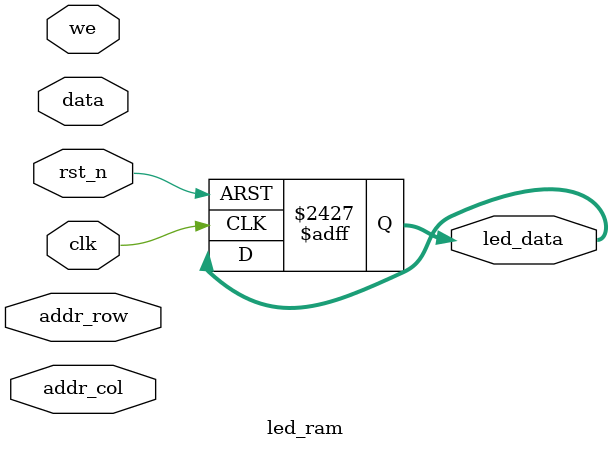
<source format=v>

module led_ram (
    input wire clk,            // 时钟输入
    input wire rst_n,          // 异步复位（低电平有效）
    
    input wire [3:0] data,     // LED 数据输入
    input wire [7:0] addr_row,     // 地址输入row
    input wire [7:0] addr_col,     // 地址输入col
    input wire we,             // 写使能

    output reg [3:0] led_data   // LED 数据输出
);

    // 定义内部寄存器
    reg [3:0] ram [7:0][7:0];          // 8*8*4bit RAM

    integer i, j; 

    // 读写逻辑
    always @(posedge clk or negedge rst_n) begin
        if (~rst_n) begin
            led_data <= 4'b0;
            // 初始化 RAM
            for (i = 0; i < 8; i = i + 1) begin
                for (j = 0; j < 8; j = j + 1) begin
                    ram[i][j] <= 4'b1110;  // 初始化为 1 for test
                end
            end
        end
        else begin
            if (we) begin
                ram[addr_row][addr_col] <= data;
            end
        end
    end

    assign data_out = ram[addr_row][addr_col];  // 读出数据

endmodule
</source>
